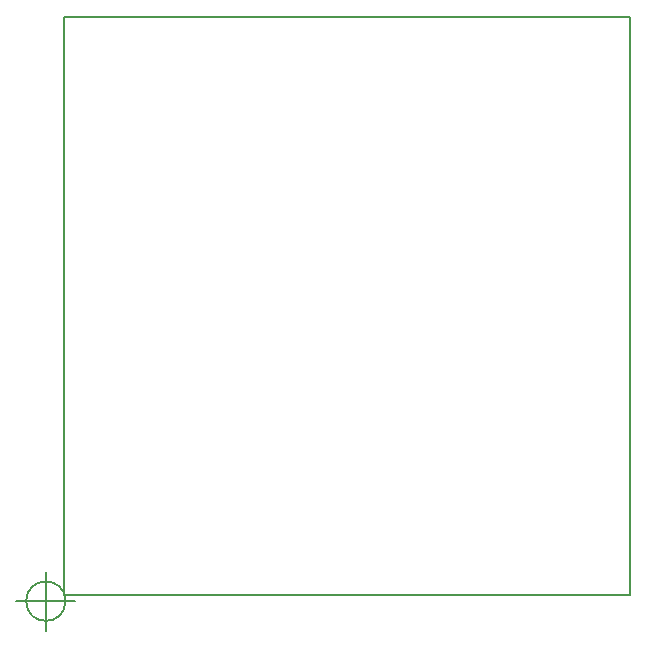
<source format=gbr>
G04 #@! TF.GenerationSoftware,KiCad,Pcbnew,(5.0.0)*
G04 #@! TF.CreationDate,2018-07-27T16:01:01+01:00*
G04 #@! TF.ProjectId,OpenSpritzer,4F70656E53707269747A65722E6B6963,rev?*
G04 #@! TF.SameCoordinates,Original*
G04 #@! TF.FileFunction,Profile,NP*
%FSLAX46Y46*%
G04 Gerber Fmt 4.6, Leading zero omitted, Abs format (unit mm)*
G04 Created by KiCad (PCBNEW (5.0.0)) date 07/27/18 16:01:01*
%MOMM*%
%LPD*%
G01*
G04 APERTURE LIST*
%ADD10C,0.200000*%
%ADD11C,0.150000*%
G04 APERTURE END LIST*
D10*
X83000000Y-130000000D02*
X83500000Y-130000000D01*
X83000000Y-81000000D02*
X83000000Y-130000000D01*
X131000000Y-81000000D02*
X83000000Y-81000000D01*
X131000000Y-81500000D02*
X131000000Y-81000000D01*
X131000000Y-130000000D02*
X131000000Y-81500000D01*
X83500000Y-130000000D02*
X131000000Y-130000000D01*
D11*
X83166666Y-130500000D02*
G75*
G03X83166666Y-130500000I-1666666J0D01*
G01*
X79000000Y-130500000D02*
X84000000Y-130500000D01*
X81500000Y-128000000D02*
X81500000Y-133000000D01*
M02*

</source>
